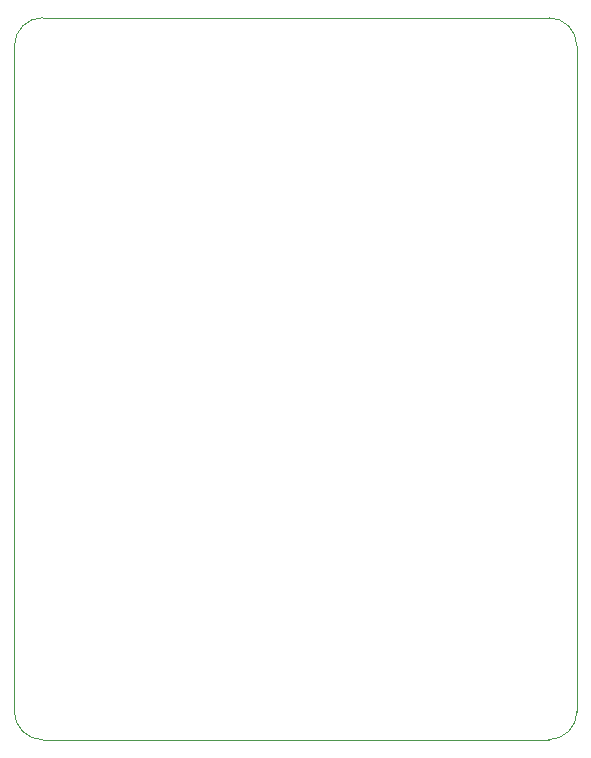
<source format=gbr>
G04 #@! TF.GenerationSoftware,KiCad,Pcbnew,(5.1.4)-1*
G04 #@! TF.CreationDate,2023-01-16T00:03:53+01:00*
G04 #@! TF.ProjectId,2ButtonKeyboardPCB,32427574-746f-46e4-9b65-79626f617264,rev?*
G04 #@! TF.SameCoordinates,Original*
G04 #@! TF.FileFunction,Profile,NP*
%FSLAX46Y46*%
G04 Gerber Fmt 4.6, Leading zero omitted, Abs format (unit mm)*
G04 Created by KiCad (PCBNEW (5.1.4)-1) date 2023-01-16 00:03:53*
%MOMM*%
%LPD*%
G04 APERTURE LIST*
%ADD10C,0.050000*%
G04 APERTURE END LIST*
D10*
X194468750Y-107156250D02*
X194468750Y-50800000D01*
X149225000Y-109537500D02*
X192087500Y-109537500D01*
X146843750Y-50800000D02*
X146843750Y-107156250D01*
X192087500Y-48418750D02*
X149225000Y-48418750D01*
X192087500Y-48418750D02*
G75*
G02X194468750Y-50800000I0J-2381250D01*
G01*
X194468750Y-107156250D02*
G75*
G02X192087500Y-109537500I-2381250J0D01*
G01*
X149225000Y-109537500D02*
G75*
G02X146843750Y-107156250I0J2381250D01*
G01*
X146843750Y-50800000D02*
G75*
G02X149225000Y-48418750I2381250J0D01*
G01*
M02*

</source>
